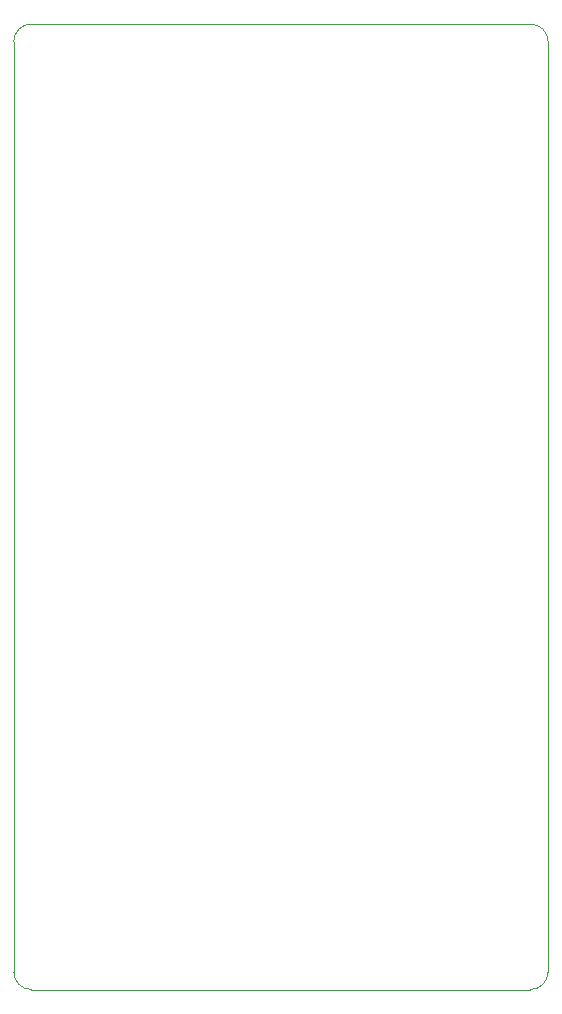
<source format=gbr>
%TF.GenerationSoftware,KiCad,Pcbnew,8.0.4*%
%TF.CreationDate,2024-07-23T16:26:40+02:00*%
%TF.ProjectId,Vertigo Pro PR1,56657274-6967-46f2-9050-726f20505231,DPR1*%
%TF.SameCoordinates,Original*%
%TF.FileFunction,Profile,NP*%
%FSLAX46Y46*%
G04 Gerber Fmt 4.6, Leading zero omitted, Abs format (unit mm)*
G04 Created by KiCad (PCBNEW 8.0.4) date 2024-07-23 16:26:40*
%MOMM*%
%LPD*%
G01*
G04 APERTURE LIST*
%TA.AperFunction,Profile*%
%ADD10C,0.050000*%
%TD*%
G04 APERTURE END LIST*
D10*
X169750000Y-68750000D02*
X127500000Y-68750000D01*
X171250000Y-149000000D02*
X171250000Y-70250000D01*
X171250000Y-149000000D02*
G75*
G02*
X169750000Y-150500000I-1500000J0D01*
G01*
X127500000Y-150500000D02*
X169750000Y-150500000D01*
X126000000Y-70250000D02*
X126000000Y-149000000D01*
X169750000Y-68750000D02*
G75*
G02*
X171250000Y-70250000I0J-1500000D01*
G01*
X127500000Y-150500000D02*
G75*
G02*
X126000000Y-149000000I0J1500000D01*
G01*
X126000000Y-70250000D02*
G75*
G02*
X127500000Y-68750000I1500000J0D01*
G01*
M02*

</source>
